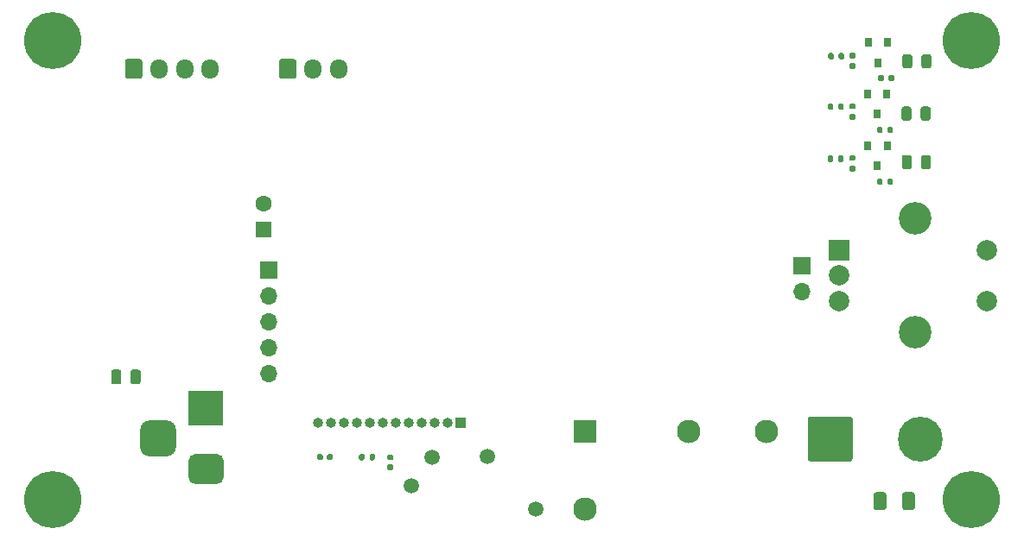
<source format=gbr>
%TF.GenerationSoftware,KiCad,Pcbnew,(5.1.10-1-10_14)*%
%TF.CreationDate,2022-08-23T11:20:17+02:00*%
%TF.ProjectId,RO Flow Counter,524f2046-6c6f-4772-9043-6f756e746572,rev?*%
%TF.SameCoordinates,Original*%
%TF.FileFunction,Soldermask,Top*%
%TF.FilePolarity,Negative*%
%FSLAX46Y46*%
G04 Gerber Fmt 4.6, Leading zero omitted, Abs format (unit mm)*
G04 Created by KiCad (PCBNEW (5.1.10-1-10_14)) date 2022-08-23 11:20:17*
%MOMM*%
%LPD*%
G01*
G04 APERTURE LIST*
%ADD10C,4.400000*%
%ADD11O,1.700000X1.700000*%
%ADD12R,1.700000X1.700000*%
%ADD13R,0.800000X0.900000*%
%ADD14O,1.000000X1.000000*%
%ADD15R,1.000000X1.000000*%
%ADD16O,1.700000X1.950000*%
%ADD17C,1.500000*%
%ADD18R,3.500000X3.500000*%
%ADD19C,2.300000*%
%ADD20R,2.300000X2.300000*%
%ADD21R,2.000000X2.000000*%
%ADD22C,2.000000*%
%ADD23C,3.200000*%
%ADD24C,5.600000*%
%ADD25C,1.600000*%
%ADD26R,1.600000X1.600000*%
G04 APERTURE END LIST*
D10*
%TO.C,J7*%
X213955800Y-99060000D03*
G36*
G01*
X202955800Y-101010001D02*
X202955800Y-97109999D01*
G75*
G02*
X203205799Y-96860000I249999J0D01*
G01*
X207105801Y-96860000D01*
G75*
G02*
X207355800Y-97109999I0J-249999D01*
G01*
X207355800Y-101010001D01*
G75*
G02*
X207105801Y-101260000I-249999J0D01*
G01*
X203205799Y-101260000D01*
G75*
G02*
X202955800Y-101010001I0J249999D01*
G01*
G37*
%TD*%
D11*
%TO.C,J1*%
X202374500Y-84582000D03*
D12*
X202374500Y-82042000D03*
%TD*%
%TO.C,R27*%
G36*
G01*
X207525200Y-61710600D02*
X207155200Y-61710600D01*
G75*
G02*
X207020200Y-61575600I0J135000D01*
G01*
X207020200Y-61305600D01*
G75*
G02*
X207155200Y-61170600I135000J0D01*
G01*
X207525200Y-61170600D01*
G75*
G02*
X207660200Y-61305600I0J-135000D01*
G01*
X207660200Y-61575600D01*
G75*
G02*
X207525200Y-61710600I-135000J0D01*
G01*
G37*
G36*
G01*
X207525200Y-62730600D02*
X207155200Y-62730600D01*
G75*
G02*
X207020200Y-62595600I0J135000D01*
G01*
X207020200Y-62325600D01*
G75*
G02*
X207155200Y-62190600I135000J0D01*
G01*
X207525200Y-62190600D01*
G75*
G02*
X207660200Y-62325600I0J-135000D01*
G01*
X207660200Y-62595600D01*
G75*
G02*
X207525200Y-62730600I-135000J0D01*
G01*
G37*
%TD*%
%TO.C,R26*%
G36*
G01*
X205978000Y-61678400D02*
X205978000Y-61308400D01*
G75*
G02*
X206113000Y-61173400I135000J0D01*
G01*
X206383000Y-61173400D01*
G75*
G02*
X206518000Y-61308400I0J-135000D01*
G01*
X206518000Y-61678400D01*
G75*
G02*
X206383000Y-61813400I-135000J0D01*
G01*
X206113000Y-61813400D01*
G75*
G02*
X205978000Y-61678400I0J135000D01*
G01*
G37*
G36*
G01*
X204958000Y-61678400D02*
X204958000Y-61308400D01*
G75*
G02*
X205093000Y-61173400I135000J0D01*
G01*
X205363000Y-61173400D01*
G75*
G02*
X205498000Y-61308400I0J-135000D01*
G01*
X205498000Y-61678400D01*
G75*
G02*
X205363000Y-61813400I-135000J0D01*
G01*
X205093000Y-61813400D01*
G75*
G02*
X204958000Y-61678400I0J135000D01*
G01*
G37*
%TD*%
%TO.C,R25*%
G36*
G01*
X210402200Y-63442000D02*
X210402200Y-63812000D01*
G75*
G02*
X210267200Y-63947000I-135000J0D01*
G01*
X209997200Y-63947000D01*
G75*
G02*
X209862200Y-63812000I0J135000D01*
G01*
X209862200Y-63442000D01*
G75*
G02*
X209997200Y-63307000I135000J0D01*
G01*
X210267200Y-63307000D01*
G75*
G02*
X210402200Y-63442000I0J-135000D01*
G01*
G37*
G36*
G01*
X211422200Y-63442000D02*
X211422200Y-63812000D01*
G75*
G02*
X211287200Y-63947000I-135000J0D01*
G01*
X211017200Y-63947000D01*
G75*
G02*
X210882200Y-63812000I0J135000D01*
G01*
X210882200Y-63442000D01*
G75*
G02*
X211017200Y-63307000I135000J0D01*
G01*
X211287200Y-63307000D01*
G75*
G02*
X211422200Y-63442000I0J-135000D01*
G01*
G37*
%TD*%
D13*
%TO.C,Q5*%
X209829400Y-62163200D03*
X208879400Y-60163200D03*
X210779400Y-60163200D03*
%TD*%
%TO.C,D6*%
G36*
G01*
X214094400Y-62456250D02*
X214094400Y-61543750D01*
G75*
G02*
X214338150Y-61300000I243750J0D01*
G01*
X214825650Y-61300000D01*
G75*
G02*
X215069400Y-61543750I0J-243750D01*
G01*
X215069400Y-62456250D01*
G75*
G02*
X214825650Y-62700000I-243750J0D01*
G01*
X214338150Y-62700000D01*
G75*
G02*
X214094400Y-62456250I0J243750D01*
G01*
G37*
G36*
G01*
X212219400Y-62456250D02*
X212219400Y-61543750D01*
G75*
G02*
X212463150Y-61300000I243750J0D01*
G01*
X212950650Y-61300000D01*
G75*
G02*
X213194400Y-61543750I0J-243750D01*
G01*
X213194400Y-62456250D01*
G75*
G02*
X212950650Y-62700000I-243750J0D01*
G01*
X212463150Y-62700000D01*
G75*
G02*
X212219400Y-62456250I0J243750D01*
G01*
G37*
%TD*%
%TO.C,R24*%
G36*
G01*
X207525200Y-66689000D02*
X207155200Y-66689000D01*
G75*
G02*
X207020200Y-66554000I0J135000D01*
G01*
X207020200Y-66284000D01*
G75*
G02*
X207155200Y-66149000I135000J0D01*
G01*
X207525200Y-66149000D01*
G75*
G02*
X207660200Y-66284000I0J-135000D01*
G01*
X207660200Y-66554000D01*
G75*
G02*
X207525200Y-66689000I-135000J0D01*
G01*
G37*
G36*
G01*
X207525200Y-67709000D02*
X207155200Y-67709000D01*
G75*
G02*
X207020200Y-67574000I0J135000D01*
G01*
X207020200Y-67304000D01*
G75*
G02*
X207155200Y-67169000I135000J0D01*
G01*
X207525200Y-67169000D01*
G75*
G02*
X207660200Y-67304000I0J-135000D01*
G01*
X207660200Y-67574000D01*
G75*
G02*
X207525200Y-67709000I-135000J0D01*
G01*
G37*
%TD*%
%TO.C,R23*%
G36*
G01*
X207499800Y-71769000D02*
X207129800Y-71769000D01*
G75*
G02*
X206994800Y-71634000I0J135000D01*
G01*
X206994800Y-71364000D01*
G75*
G02*
X207129800Y-71229000I135000J0D01*
G01*
X207499800Y-71229000D01*
G75*
G02*
X207634800Y-71364000I0J-135000D01*
G01*
X207634800Y-71634000D01*
G75*
G02*
X207499800Y-71769000I-135000J0D01*
G01*
G37*
G36*
G01*
X207499800Y-72789000D02*
X207129800Y-72789000D01*
G75*
G02*
X206994800Y-72654000I0J135000D01*
G01*
X206994800Y-72384000D01*
G75*
G02*
X207129800Y-72249000I135000J0D01*
G01*
X207499800Y-72249000D01*
G75*
G02*
X207634800Y-72384000I0J-135000D01*
G01*
X207634800Y-72654000D01*
G75*
G02*
X207499800Y-72789000I-135000J0D01*
G01*
G37*
%TD*%
%TO.C,Q2*%
X209753200Y-67192400D03*
X208803200Y-65192400D03*
X210703200Y-65192400D03*
%TD*%
%TO.C,Q1*%
X209778600Y-72272400D03*
X208828600Y-70272400D03*
X210728600Y-70272400D03*
%TD*%
D14*
%TO.C,J2*%
X154940000Y-97472500D03*
X156210000Y-97472500D03*
X157480000Y-97472500D03*
X158750000Y-97472500D03*
X160020000Y-97472500D03*
X161290000Y-97472500D03*
X162560000Y-97472500D03*
X163830000Y-97472500D03*
X165100000Y-97472500D03*
X166370000Y-97472500D03*
X167640000Y-97472500D03*
D15*
X168910000Y-97472500D03*
%TD*%
D11*
%TO.C,J8*%
X150177500Y-92646500D03*
X150177500Y-90106500D03*
X150177500Y-87566500D03*
X150177500Y-85026500D03*
D12*
X150177500Y-82486500D03*
%TD*%
D16*
%TO.C,J6*%
X144406000Y-62738000D03*
X141906000Y-62738000D03*
X139406000Y-62738000D03*
G36*
G01*
X136056000Y-63463000D02*
X136056000Y-62013000D01*
G75*
G02*
X136306000Y-61763000I250000J0D01*
G01*
X137506000Y-61763000D01*
G75*
G02*
X137756000Y-62013000I0J-250000D01*
G01*
X137756000Y-63463000D01*
G75*
G02*
X137506000Y-63713000I-250000J0D01*
G01*
X136306000Y-63713000D01*
G75*
G02*
X136056000Y-63463000I0J250000D01*
G01*
G37*
%TD*%
%TO.C,J5*%
X157000000Y-62738000D03*
X154500000Y-62738000D03*
G36*
G01*
X151150000Y-63463000D02*
X151150000Y-62013000D01*
G75*
G02*
X151400000Y-61763000I250000J0D01*
G01*
X152600000Y-61763000D01*
G75*
G02*
X152850000Y-62013000I0J-250000D01*
G01*
X152850000Y-63463000D01*
G75*
G02*
X152600000Y-63713000I-250000J0D01*
G01*
X151400000Y-63713000D01*
G75*
G02*
X151150000Y-63463000I0J250000D01*
G01*
G37*
%TD*%
%TO.C,F1*%
G36*
G01*
X210654600Y-104531000D02*
X210654600Y-105781000D01*
G75*
G02*
X210404600Y-106031000I-250000J0D01*
G01*
X209654600Y-106031000D01*
G75*
G02*
X209404600Y-105781000I0J250000D01*
G01*
X209404600Y-104531000D01*
G75*
G02*
X209654600Y-104281000I250000J0D01*
G01*
X210404600Y-104281000D01*
G75*
G02*
X210654600Y-104531000I0J-250000D01*
G01*
G37*
G36*
G01*
X213454600Y-104531000D02*
X213454600Y-105781000D01*
G75*
G02*
X213204600Y-106031000I-250000J0D01*
G01*
X212454600Y-106031000D01*
G75*
G02*
X212204600Y-105781000I0J250000D01*
G01*
X212204600Y-104531000D01*
G75*
G02*
X212454600Y-104281000I250000J0D01*
G01*
X213204600Y-104281000D01*
G75*
G02*
X213454600Y-104531000I0J-250000D01*
G01*
G37*
%TD*%
D17*
%TO.C,TP8*%
X171577000Y-100774500D03*
%TD*%
%TO.C,TP6*%
X164084000Y-103632000D03*
%TD*%
%TO.C,TP4*%
X176276000Y-105918000D03*
%TD*%
%TO.C,TP11*%
X166116000Y-100838000D03*
%TD*%
%TO.C,J3*%
G36*
G01*
X140175000Y-100750000D02*
X138425000Y-100750000D01*
G75*
G02*
X137550000Y-99875000I0J875000D01*
G01*
X137550000Y-98125000D01*
G75*
G02*
X138425000Y-97250000I875000J0D01*
G01*
X140175000Y-97250000D01*
G75*
G02*
X141050000Y-98125000I0J-875000D01*
G01*
X141050000Y-99875000D01*
G75*
G02*
X140175000Y-100750000I-875000J0D01*
G01*
G37*
G36*
G01*
X145000000Y-103500000D02*
X143000000Y-103500000D01*
G75*
G02*
X142250000Y-102750000I0J750000D01*
G01*
X142250000Y-101250000D01*
G75*
G02*
X143000000Y-100500000I750000J0D01*
G01*
X145000000Y-100500000D01*
G75*
G02*
X145750000Y-101250000I0J-750000D01*
G01*
X145750000Y-102750000D01*
G75*
G02*
X145000000Y-103500000I-750000J0D01*
G01*
G37*
D18*
X144000000Y-96000000D03*
%TD*%
D19*
%TO.C,K1*%
X181102000Y-105918000D03*
X198882000Y-98298000D03*
X191262000Y-98298000D03*
D20*
X181102000Y-98298000D03*
%TD*%
D21*
%TO.C,SW2*%
X205994000Y-80518000D03*
D22*
X205994000Y-83018000D03*
X205994000Y-85518000D03*
D23*
X213494000Y-77418000D03*
X213494000Y-88618000D03*
D22*
X220494000Y-80518000D03*
X220494000Y-85518000D03*
%TD*%
%TO.C,R6*%
G36*
G01*
X160006000Y-101023000D02*
X160006000Y-100653000D01*
G75*
G02*
X160141000Y-100518000I135000J0D01*
G01*
X160411000Y-100518000D01*
G75*
G02*
X160546000Y-100653000I0J-135000D01*
G01*
X160546000Y-101023000D01*
G75*
G02*
X160411000Y-101158000I-135000J0D01*
G01*
X160141000Y-101158000D01*
G75*
G02*
X160006000Y-101023000I0J135000D01*
G01*
G37*
G36*
G01*
X158986000Y-101023000D02*
X158986000Y-100653000D01*
G75*
G02*
X159121000Y-100518000I135000J0D01*
G01*
X159391000Y-100518000D01*
G75*
G02*
X159526000Y-100653000I0J-135000D01*
G01*
X159526000Y-101023000D01*
G75*
G02*
X159391000Y-101158000I-135000J0D01*
G01*
X159121000Y-101158000D01*
G75*
G02*
X158986000Y-101023000I0J135000D01*
G01*
G37*
%TD*%
%TO.C,R4*%
G36*
G01*
X210275200Y-73627400D02*
X210275200Y-73997400D01*
G75*
G02*
X210140200Y-74132400I-135000J0D01*
G01*
X209870200Y-74132400D01*
G75*
G02*
X209735200Y-73997400I0J135000D01*
G01*
X209735200Y-73627400D01*
G75*
G02*
X209870200Y-73492400I135000J0D01*
G01*
X210140200Y-73492400D01*
G75*
G02*
X210275200Y-73627400I0J-135000D01*
G01*
G37*
G36*
G01*
X211295200Y-73627400D02*
X211295200Y-73997400D01*
G75*
G02*
X211160200Y-74132400I-135000J0D01*
G01*
X210890200Y-74132400D01*
G75*
G02*
X210755200Y-73997400I0J135000D01*
G01*
X210755200Y-73627400D01*
G75*
G02*
X210890200Y-73492400I135000J0D01*
G01*
X211160200Y-73492400D01*
G75*
G02*
X211295200Y-73627400I0J-135000D01*
G01*
G37*
%TD*%
%TO.C,R3*%
G36*
G01*
X210275200Y-68547400D02*
X210275200Y-68917400D01*
G75*
G02*
X210140200Y-69052400I-135000J0D01*
G01*
X209870200Y-69052400D01*
G75*
G02*
X209735200Y-68917400I0J135000D01*
G01*
X209735200Y-68547400D01*
G75*
G02*
X209870200Y-68412400I135000J0D01*
G01*
X210140200Y-68412400D01*
G75*
G02*
X210275200Y-68547400I0J-135000D01*
G01*
G37*
G36*
G01*
X211295200Y-68547400D02*
X211295200Y-68917400D01*
G75*
G02*
X211160200Y-69052400I-135000J0D01*
G01*
X210890200Y-69052400D01*
G75*
G02*
X210755200Y-68917400I0J135000D01*
G01*
X210755200Y-68547400D01*
G75*
G02*
X210890200Y-68412400I135000J0D01*
G01*
X211160200Y-68412400D01*
G75*
G02*
X211295200Y-68547400I0J-135000D01*
G01*
G37*
%TD*%
%TO.C,R2*%
G36*
G01*
X205929200Y-66631400D02*
X205929200Y-66261400D01*
G75*
G02*
X206064200Y-66126400I135000J0D01*
G01*
X206334200Y-66126400D01*
G75*
G02*
X206469200Y-66261400I0J-135000D01*
G01*
X206469200Y-66631400D01*
G75*
G02*
X206334200Y-66766400I-135000J0D01*
G01*
X206064200Y-66766400D01*
G75*
G02*
X205929200Y-66631400I0J135000D01*
G01*
G37*
G36*
G01*
X204909200Y-66631400D02*
X204909200Y-66261400D01*
G75*
G02*
X205044200Y-66126400I135000J0D01*
G01*
X205314200Y-66126400D01*
G75*
G02*
X205449200Y-66261400I0J-135000D01*
G01*
X205449200Y-66631400D01*
G75*
G02*
X205314200Y-66766400I-135000J0D01*
G01*
X205044200Y-66766400D01*
G75*
G02*
X204909200Y-66631400I0J135000D01*
G01*
G37*
%TD*%
%TO.C,R1*%
G36*
G01*
X205929200Y-71762200D02*
X205929200Y-71392200D01*
G75*
G02*
X206064200Y-71257200I135000J0D01*
G01*
X206334200Y-71257200D01*
G75*
G02*
X206469200Y-71392200I0J-135000D01*
G01*
X206469200Y-71762200D01*
G75*
G02*
X206334200Y-71897200I-135000J0D01*
G01*
X206064200Y-71897200D01*
G75*
G02*
X205929200Y-71762200I0J135000D01*
G01*
G37*
G36*
G01*
X204909200Y-71762200D02*
X204909200Y-71392200D01*
G75*
G02*
X205044200Y-71257200I135000J0D01*
G01*
X205314200Y-71257200D01*
G75*
G02*
X205449200Y-71392200I0J-135000D01*
G01*
X205449200Y-71762200D01*
G75*
G02*
X205314200Y-71897200I-135000J0D01*
G01*
X205044200Y-71897200D01*
G75*
G02*
X204909200Y-71762200I0J135000D01*
G01*
G37*
%TD*%
D24*
%TO.C,H4*%
X129000000Y-60000000D03*
%TD*%
%TO.C,H3*%
X129000000Y-105000000D03*
%TD*%
%TO.C,H2*%
X219000000Y-60000000D03*
%TD*%
%TO.C,H1*%
X219000000Y-105000000D03*
%TD*%
%TO.C,D2*%
G36*
G01*
X214040900Y-72338250D02*
X214040900Y-71425750D01*
G75*
G02*
X214284650Y-71182000I243750J0D01*
G01*
X214772150Y-71182000D01*
G75*
G02*
X215015900Y-71425750I0J-243750D01*
G01*
X215015900Y-72338250D01*
G75*
G02*
X214772150Y-72582000I-243750J0D01*
G01*
X214284650Y-72582000D01*
G75*
G02*
X214040900Y-72338250I0J243750D01*
G01*
G37*
G36*
G01*
X212165900Y-72338250D02*
X212165900Y-71425750D01*
G75*
G02*
X212409650Y-71182000I243750J0D01*
G01*
X212897150Y-71182000D01*
G75*
G02*
X213140900Y-71425750I0J-243750D01*
G01*
X213140900Y-72338250D01*
G75*
G02*
X212897150Y-72582000I-243750J0D01*
G01*
X212409650Y-72582000D01*
G75*
G02*
X212165900Y-72338250I0J243750D01*
G01*
G37*
%TD*%
%TO.C,D1*%
G36*
G01*
X214009900Y-67586250D02*
X214009900Y-66673750D01*
G75*
G02*
X214253650Y-66430000I243750J0D01*
G01*
X214741150Y-66430000D01*
G75*
G02*
X214984900Y-66673750I0J-243750D01*
G01*
X214984900Y-67586250D01*
G75*
G02*
X214741150Y-67830000I-243750J0D01*
G01*
X214253650Y-67830000D01*
G75*
G02*
X214009900Y-67586250I0J243750D01*
G01*
G37*
G36*
G01*
X212134900Y-67586250D02*
X212134900Y-66673750D01*
G75*
G02*
X212378650Y-66430000I243750J0D01*
G01*
X212866150Y-66430000D01*
G75*
G02*
X213109900Y-66673750I0J-243750D01*
G01*
X213109900Y-67586250D01*
G75*
G02*
X212866150Y-67830000I-243750J0D01*
G01*
X212378650Y-67830000D01*
G75*
G02*
X212134900Y-67586250I0J243750D01*
G01*
G37*
%TD*%
D25*
%TO.C,C6*%
X149606000Y-75986000D03*
D26*
X149606000Y-78486000D03*
%TD*%
%TO.C,C4*%
G36*
G01*
X135694000Y-92489000D02*
X135694000Y-93439000D01*
G75*
G02*
X135444000Y-93689000I-250000J0D01*
G01*
X134944000Y-93689000D01*
G75*
G02*
X134694000Y-93439000I0J250000D01*
G01*
X134694000Y-92489000D01*
G75*
G02*
X134944000Y-92239000I250000J0D01*
G01*
X135444000Y-92239000D01*
G75*
G02*
X135694000Y-92489000I0J-250000D01*
G01*
G37*
G36*
G01*
X137594000Y-92489000D02*
X137594000Y-93439000D01*
G75*
G02*
X137344000Y-93689000I-250000J0D01*
G01*
X136844000Y-93689000D01*
G75*
G02*
X136594000Y-93439000I0J250000D01*
G01*
X136594000Y-92489000D01*
G75*
G02*
X136844000Y-92239000I250000J0D01*
G01*
X137344000Y-92239000D01*
G75*
G02*
X137594000Y-92489000I0J-250000D01*
G01*
G37*
%TD*%
%TO.C,C3*%
G36*
G01*
X155838500Y-101008000D02*
X155838500Y-100668000D01*
G75*
G02*
X155978500Y-100528000I140000J0D01*
G01*
X156258500Y-100528000D01*
G75*
G02*
X156398500Y-100668000I0J-140000D01*
G01*
X156398500Y-101008000D01*
G75*
G02*
X156258500Y-101148000I-140000J0D01*
G01*
X155978500Y-101148000D01*
G75*
G02*
X155838500Y-101008000I0J140000D01*
G01*
G37*
G36*
G01*
X154878500Y-101008000D02*
X154878500Y-100668000D01*
G75*
G02*
X155018500Y-100528000I140000J0D01*
G01*
X155298500Y-100528000D01*
G75*
G02*
X155438500Y-100668000I0J-140000D01*
G01*
X155438500Y-101008000D01*
G75*
G02*
X155298500Y-101148000I-140000J0D01*
G01*
X155018500Y-101148000D01*
G75*
G02*
X154878500Y-101008000I0J140000D01*
G01*
G37*
%TD*%
%TO.C,C2*%
G36*
G01*
X161882000Y-100586000D02*
X162222000Y-100586000D01*
G75*
G02*
X162362000Y-100726000I0J-140000D01*
G01*
X162362000Y-101006000D01*
G75*
G02*
X162222000Y-101146000I-140000J0D01*
G01*
X161882000Y-101146000D01*
G75*
G02*
X161742000Y-101006000I0J140000D01*
G01*
X161742000Y-100726000D01*
G75*
G02*
X161882000Y-100586000I140000J0D01*
G01*
G37*
G36*
G01*
X161882000Y-101546000D02*
X162222000Y-101546000D01*
G75*
G02*
X162362000Y-101686000I0J-140000D01*
G01*
X162362000Y-101966000D01*
G75*
G02*
X162222000Y-102106000I-140000J0D01*
G01*
X161882000Y-102106000D01*
G75*
G02*
X161742000Y-101966000I0J140000D01*
G01*
X161742000Y-101686000D01*
G75*
G02*
X161882000Y-101546000I140000J0D01*
G01*
G37*
%TD*%
M02*

</source>
